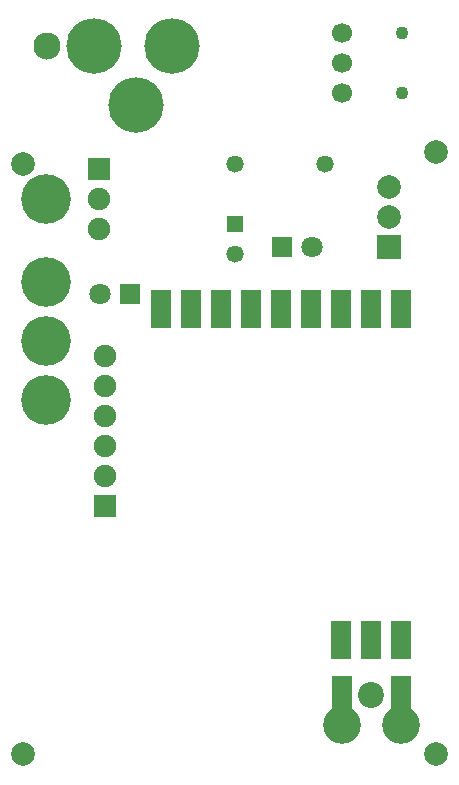
<source format=gbr>
G04 DipTrace 3.0.0.2*
G04 TopMask.gbr*
%MOMM*%
G04 #@! TF.FileFunction,Soldermask,Top*
G04 #@! TF.Part,Single*
%ADD26R,1.8X1.8*%
%ADD32C,2.0*%
%ADD33C,2.3*%
%ADD34C,1.1*%
%ADD41C,3.2*%
%ADD43C,1.7*%
%ADD45C,2.2*%
%ADD46C,1.8*%
%ADD47R,1.7X3.2*%
%ADD50R,1.8X3.2*%
%ADD52C,4.7*%
%ADD54C,2.0*%
%ADD56R,2.0X2.0*%
%ADD57C,1.47*%
%ADD59C,4.2*%
%ADD61C,1.9*%
%ADD63R,1.9X1.9*%
%ADD65R,1.47X1.47*%
%ADD67C,1.47*%
%FSLAX35Y35*%
G04*
G71*
G90*
G75*
G01*
G04 TopMask*
%LPD*%
D26*
X3394067Y5500000D3*
D46*
X3648067D3*
D26*
X2105933Y5100000D3*
D46*
X1851933D3*
D67*
X3000000Y5436467D3*
D65*
Y5690467D3*
D63*
X1900000Y3300000D3*
D61*
Y3554000D3*
Y3808000D3*
Y4062000D3*
Y4316000D3*
Y4570000D3*
D63*
X1846000Y6154000D3*
D61*
Y5900000D3*
Y5646000D3*
D59*
X1400000Y5900000D3*
Y5200000D3*
Y4700000D3*
Y4200000D3*
D67*
X3000000Y6200000D3*
D57*
X3762000D3*
D56*
X4300000Y5500000D3*
D54*
Y6008000D3*
Y5754000D3*
D52*
X1800000Y7200000D3*
X2155000Y6700000D3*
X2460000Y7200000D3*
D33*
X1405000D3*
D50*
X4401757Y2168617D3*
X4147757D3*
X3893757D3*
X4401757Y4968617D3*
X4147757D3*
X3893757D3*
X3639757D3*
X3385757D3*
X3131757D3*
X2877757D3*
X2623757D3*
X2369757D3*
D41*
X4400000Y1450000D3*
D47*
Y1700000D3*
X3900000D3*
D41*
Y1450000D3*
D45*
X4150000Y1700000D3*
D43*
X3900000Y7308000D3*
Y7054000D3*
Y6800000D3*
D34*
X4408000Y7308000D3*
Y6800000D3*
D32*
X1200000Y1200000D3*
X4700000D3*
Y6300000D3*
X1200000Y6200000D3*
M02*

</source>
